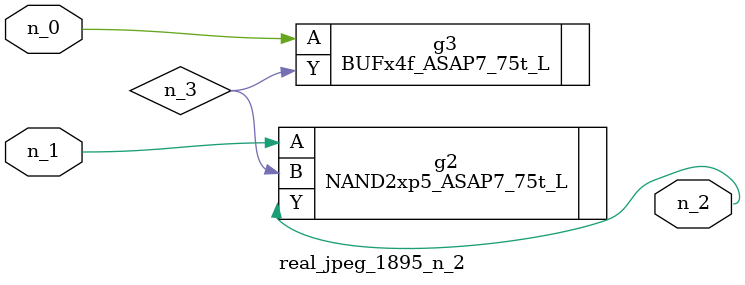
<source format=v>
module real_jpeg_1895_n_2 (n_1, n_0, n_2);

input n_1;
input n_0;

output n_2;

wire n_3;

BUFx4f_ASAP7_75t_L g3 ( 
.A(n_0),
.Y(n_3)
);

NAND2xp5_ASAP7_75t_L g2 ( 
.A(n_1),
.B(n_3),
.Y(n_2)
);


endmodule
</source>
